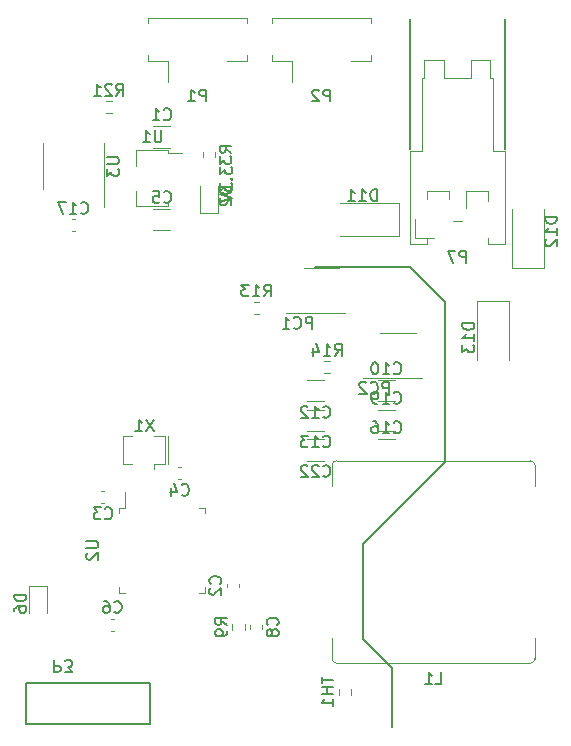
<source format=gbr>
G04 #@! TF.GenerationSoftware,KiCad,Pcbnew,(6.0.5)*
G04 #@! TF.CreationDate,2022-07-13T00:07:27+09:00*
G04 #@! TF.ProjectId,ORION_boost_v1,4f52494f-4e5f-4626-9f6f-73745f76312e,rev?*
G04 #@! TF.SameCoordinates,Original*
G04 #@! TF.FileFunction,Legend,Bot*
G04 #@! TF.FilePolarity,Positive*
%FSLAX46Y46*%
G04 Gerber Fmt 4.6, Leading zero omitted, Abs format (unit mm)*
G04 Created by KiCad (PCBNEW (6.0.5)) date 2022-07-13 00:07:27*
%MOMM*%
%LPD*%
G01*
G04 APERTURE LIST*
%ADD10C,0.150000*%
%ADD11C,0.120000*%
%ADD12C,0.200000*%
G04 APERTURE END LIST*
D10*
X76000000Y-59000000D02*
X76000000Y-72500000D01*
X72980000Y-46000000D02*
X72980000Y-35000000D01*
X76000000Y-72500000D02*
X69000000Y-79500000D01*
X65000000Y-56000000D02*
X73000000Y-56000000D01*
X73000000Y-56000000D02*
X76000000Y-59000000D01*
X81060000Y-46000000D02*
X81060000Y-35000000D01*
X71500000Y-90000000D02*
X71500000Y-95000000D01*
X69000000Y-87500000D02*
X71500000Y-90000000D01*
X69000000Y-79500000D02*
X69000000Y-87500000D01*
X56952380Y-47523809D02*
X56952380Y-48142857D01*
X57333333Y-47809523D01*
X57333333Y-47952380D01*
X57380952Y-48047619D01*
X57428571Y-48095238D01*
X57523809Y-48142857D01*
X57761904Y-48142857D01*
X57857142Y-48095238D01*
X57904761Y-48047619D01*
X57952380Y-47952380D01*
X57952380Y-47666666D01*
X57904761Y-47571428D01*
X57857142Y-47523809D01*
X57857142Y-48571428D02*
X57904761Y-48619047D01*
X57952380Y-48571428D01*
X57904761Y-48523809D01*
X57857142Y-48571428D01*
X57952380Y-48571428D01*
X56952380Y-48952380D02*
X56952380Y-49571428D01*
X57333333Y-49238095D01*
X57333333Y-49380952D01*
X57380952Y-49476190D01*
X57428571Y-49523809D01*
X57523809Y-49571428D01*
X57761904Y-49571428D01*
X57857142Y-49523809D01*
X57904761Y-49476190D01*
X57952380Y-49380952D01*
X57952380Y-49095238D01*
X57904761Y-49000000D01*
X57857142Y-48952380D01*
X56952380Y-49857142D02*
X57952380Y-50190476D01*
X56952380Y-50523809D01*
X70214285Y-50452380D02*
X70214285Y-49452380D01*
X69976190Y-49452380D01*
X69833333Y-49500000D01*
X69738095Y-49595238D01*
X69690476Y-49690476D01*
X69642857Y-49880952D01*
X69642857Y-50023809D01*
X69690476Y-50214285D01*
X69738095Y-50309523D01*
X69833333Y-50404761D01*
X69976190Y-50452380D01*
X70214285Y-50452380D01*
X68690476Y-50452380D02*
X69261904Y-50452380D01*
X68976190Y-50452380D02*
X68976190Y-49452380D01*
X69071428Y-49595238D01*
X69166666Y-49690476D01*
X69261904Y-49738095D01*
X67738095Y-50452380D02*
X68309523Y-50452380D01*
X68023809Y-50452380D02*
X68023809Y-49452380D01*
X68119047Y-49595238D01*
X68214285Y-49690476D01*
X68309523Y-49738095D01*
X61787142Y-86333333D02*
X61834761Y-86285714D01*
X61882380Y-86142857D01*
X61882380Y-86047619D01*
X61834761Y-85904761D01*
X61739523Y-85809523D01*
X61644285Y-85761904D01*
X61453809Y-85714285D01*
X61310952Y-85714285D01*
X61120476Y-85761904D01*
X61025238Y-85809523D01*
X60930000Y-85904761D01*
X60882380Y-86047619D01*
X60882380Y-86142857D01*
X60930000Y-86285714D01*
X60977619Y-86333333D01*
X61310952Y-86904761D02*
X61263333Y-86809523D01*
X61215714Y-86761904D01*
X61120476Y-86714285D01*
X61072857Y-86714285D01*
X60977619Y-86761904D01*
X60930000Y-86809523D01*
X60882380Y-86904761D01*
X60882380Y-87095238D01*
X60930000Y-87190476D01*
X60977619Y-87238095D01*
X61072857Y-87285714D01*
X61120476Y-87285714D01*
X61215714Y-87238095D01*
X61263333Y-87190476D01*
X61310952Y-87095238D01*
X61310952Y-86904761D01*
X61358571Y-86809523D01*
X61406190Y-86761904D01*
X61501428Y-86714285D01*
X61691904Y-86714285D01*
X61787142Y-86761904D01*
X61834761Y-86809523D01*
X61882380Y-86904761D01*
X61882380Y-87095238D01*
X61834761Y-87190476D01*
X61787142Y-87238095D01*
X61691904Y-87285714D01*
X61501428Y-87285714D01*
X61406190Y-87238095D01*
X61358571Y-87190476D01*
X61310952Y-87095238D01*
X65642857Y-68707142D02*
X65690476Y-68754761D01*
X65833333Y-68802380D01*
X65928571Y-68802380D01*
X66071428Y-68754761D01*
X66166666Y-68659523D01*
X66214285Y-68564285D01*
X66261904Y-68373809D01*
X66261904Y-68230952D01*
X66214285Y-68040476D01*
X66166666Y-67945238D01*
X66071428Y-67850000D01*
X65928571Y-67802380D01*
X65833333Y-67802380D01*
X65690476Y-67850000D01*
X65642857Y-67897619D01*
X64690476Y-68802380D02*
X65261904Y-68802380D01*
X64976190Y-68802380D02*
X64976190Y-67802380D01*
X65071428Y-67945238D01*
X65166666Y-68040476D01*
X65261904Y-68088095D01*
X64309523Y-67897619D02*
X64261904Y-67850000D01*
X64166666Y-67802380D01*
X63928571Y-67802380D01*
X63833333Y-67850000D01*
X63785714Y-67897619D01*
X63738095Y-67992857D01*
X63738095Y-68088095D01*
X63785714Y-68230952D01*
X64357142Y-68802380D01*
X63738095Y-68802380D01*
X66238095Y-42002380D02*
X66238095Y-41002380D01*
X65857142Y-41002380D01*
X65761904Y-41050000D01*
X65714285Y-41097619D01*
X65666666Y-41192857D01*
X65666666Y-41335714D01*
X65714285Y-41430952D01*
X65761904Y-41478571D01*
X65857142Y-41526190D01*
X66238095Y-41526190D01*
X65285714Y-41097619D02*
X65238095Y-41050000D01*
X65142857Y-41002380D01*
X64904761Y-41002380D01*
X64809523Y-41050000D01*
X64761904Y-41097619D01*
X64714285Y-41192857D01*
X64714285Y-41288095D01*
X64761904Y-41430952D01*
X65333333Y-42002380D01*
X64714285Y-42002380D01*
X71642857Y-70007142D02*
X71690476Y-70054761D01*
X71833333Y-70102380D01*
X71928571Y-70102380D01*
X72071428Y-70054761D01*
X72166666Y-69959523D01*
X72214285Y-69864285D01*
X72261904Y-69673809D01*
X72261904Y-69530952D01*
X72214285Y-69340476D01*
X72166666Y-69245238D01*
X72071428Y-69150000D01*
X71928571Y-69102380D01*
X71833333Y-69102380D01*
X71690476Y-69150000D01*
X71642857Y-69197619D01*
X70690476Y-70102380D02*
X71261904Y-70102380D01*
X70976190Y-70102380D02*
X70976190Y-69102380D01*
X71071428Y-69245238D01*
X71166666Y-69340476D01*
X71261904Y-69388095D01*
X69833333Y-69102380D02*
X70023809Y-69102380D01*
X70119047Y-69150000D01*
X70166666Y-69197619D01*
X70261904Y-69340476D01*
X70309523Y-69530952D01*
X70309523Y-69911904D01*
X70261904Y-70007142D01*
X70214285Y-70054761D01*
X70119047Y-70102380D01*
X69928571Y-70102380D01*
X69833333Y-70054761D01*
X69785714Y-70007142D01*
X69738095Y-69911904D01*
X69738095Y-69673809D01*
X69785714Y-69578571D01*
X69833333Y-69530952D01*
X69928571Y-69483333D01*
X70119047Y-69483333D01*
X70214285Y-69530952D01*
X70261904Y-69578571D01*
X70309523Y-69673809D01*
X40522380Y-83761904D02*
X39522380Y-83761904D01*
X39522380Y-84000000D01*
X39570000Y-84142857D01*
X39665238Y-84238095D01*
X39760476Y-84285714D01*
X39950952Y-84333333D01*
X40093809Y-84333333D01*
X40284285Y-84285714D01*
X40379523Y-84238095D01*
X40474761Y-84142857D01*
X40522380Y-84000000D01*
X40522380Y-83761904D01*
X39522380Y-85190476D02*
X39522380Y-85000000D01*
X39570000Y-84904761D01*
X39617619Y-84857142D01*
X39760476Y-84761904D01*
X39950952Y-84714285D01*
X40331904Y-84714285D01*
X40427142Y-84761904D01*
X40474761Y-84809523D01*
X40522380Y-84904761D01*
X40522380Y-85095238D01*
X40474761Y-85190476D01*
X40427142Y-85238095D01*
X40331904Y-85285714D01*
X40093809Y-85285714D01*
X39998571Y-85238095D01*
X39950952Y-85190476D01*
X39903333Y-85095238D01*
X39903333Y-84904761D01*
X39950952Y-84809523D01*
X39998571Y-84761904D01*
X40093809Y-84714285D01*
X65522380Y-90714285D02*
X65522380Y-91285714D01*
X66522380Y-91000000D02*
X65522380Y-91000000D01*
X66522380Y-91619047D02*
X65522380Y-91619047D01*
X65998571Y-91619047D02*
X65998571Y-92190476D01*
X66522380Y-92190476D02*
X65522380Y-92190476D01*
X66522380Y-93190476D02*
X66522380Y-92619047D01*
X66522380Y-92904761D02*
X65522380Y-92904761D01*
X65665238Y-92809523D01*
X65760476Y-92714285D01*
X65808095Y-92619047D01*
X53666666Y-75287142D02*
X53714285Y-75334761D01*
X53857142Y-75382380D01*
X53952380Y-75382380D01*
X54095238Y-75334761D01*
X54190476Y-75239523D01*
X54238095Y-75144285D01*
X54285714Y-74953809D01*
X54285714Y-74810952D01*
X54238095Y-74620476D01*
X54190476Y-74525238D01*
X54095238Y-74430000D01*
X53952380Y-74382380D01*
X53857142Y-74382380D01*
X53714285Y-74430000D01*
X53666666Y-74477619D01*
X52809523Y-74715714D02*
X52809523Y-75382380D01*
X53047619Y-74334761D02*
X53285714Y-75049047D01*
X52666666Y-75049047D01*
X47166666Y-77287142D02*
X47214285Y-77334761D01*
X47357142Y-77382380D01*
X47452380Y-77382380D01*
X47595238Y-77334761D01*
X47690476Y-77239523D01*
X47738095Y-77144285D01*
X47785714Y-76953809D01*
X47785714Y-76810952D01*
X47738095Y-76620476D01*
X47690476Y-76525238D01*
X47595238Y-76430000D01*
X47452380Y-76382380D01*
X47357142Y-76382380D01*
X47214285Y-76430000D01*
X47166666Y-76477619D01*
X46833333Y-76382380D02*
X46214285Y-76382380D01*
X46547619Y-76763333D01*
X46404761Y-76763333D01*
X46309523Y-76810952D01*
X46261904Y-76858571D01*
X46214285Y-76953809D01*
X46214285Y-77191904D01*
X46261904Y-77287142D01*
X46309523Y-77334761D01*
X46404761Y-77382380D01*
X46690476Y-77382380D01*
X46785714Y-77334761D01*
X46833333Y-77287142D01*
X77758095Y-55652380D02*
X77758095Y-54652380D01*
X77377142Y-54652380D01*
X77281904Y-54700000D01*
X77234285Y-54747619D01*
X77186666Y-54842857D01*
X77186666Y-54985714D01*
X77234285Y-55080952D01*
X77281904Y-55128571D01*
X77377142Y-55176190D01*
X77758095Y-55176190D01*
X76853333Y-54652380D02*
X76186666Y-54652380D01*
X76615238Y-55652380D01*
X51309523Y-68952380D02*
X50642857Y-69952380D01*
X50642857Y-68952380D02*
X51309523Y-69952380D01*
X49738095Y-69952380D02*
X50309523Y-69952380D01*
X50023809Y-69952380D02*
X50023809Y-68952380D01*
X50119047Y-69095238D01*
X50214285Y-69190476D01*
X50309523Y-69238095D01*
X78452380Y-60785714D02*
X77452380Y-60785714D01*
X77452380Y-61023809D01*
X77500000Y-61166666D01*
X77595238Y-61261904D01*
X77690476Y-61309523D01*
X77880952Y-61357142D01*
X78023809Y-61357142D01*
X78214285Y-61309523D01*
X78309523Y-61261904D01*
X78404761Y-61166666D01*
X78452380Y-61023809D01*
X78452380Y-60785714D01*
X78452380Y-62309523D02*
X78452380Y-61738095D01*
X78452380Y-62023809D02*
X77452380Y-62023809D01*
X77595238Y-61928571D01*
X77690476Y-61833333D01*
X77738095Y-61738095D01*
X77452380Y-62642857D02*
X77452380Y-63261904D01*
X77833333Y-62928571D01*
X77833333Y-63071428D01*
X77880952Y-63166666D01*
X77928571Y-63214285D01*
X78023809Y-63261904D01*
X78261904Y-63261904D01*
X78357142Y-63214285D01*
X78404761Y-63166666D01*
X78452380Y-63071428D01*
X78452380Y-62785714D01*
X78404761Y-62690476D01*
X78357142Y-62642857D01*
X55738095Y-42002380D02*
X55738095Y-41002380D01*
X55357142Y-41002380D01*
X55261904Y-41050000D01*
X55214285Y-41097619D01*
X55166666Y-41192857D01*
X55166666Y-41335714D01*
X55214285Y-41430952D01*
X55261904Y-41478571D01*
X55357142Y-41526190D01*
X55738095Y-41526190D01*
X54214285Y-42002380D02*
X54785714Y-42002380D01*
X54500000Y-42002380D02*
X54500000Y-41002380D01*
X54595238Y-41145238D01*
X54690476Y-41240476D01*
X54785714Y-41288095D01*
X57522380Y-86333333D02*
X57046190Y-86000000D01*
X57522380Y-85761904D02*
X56522380Y-85761904D01*
X56522380Y-86142857D01*
X56570000Y-86238095D01*
X56617619Y-86285714D01*
X56712857Y-86333333D01*
X56855714Y-86333333D01*
X56950952Y-86285714D01*
X56998571Y-86238095D01*
X57046190Y-86142857D01*
X57046190Y-85761904D01*
X57522380Y-86809523D02*
X57522380Y-87000000D01*
X57474761Y-87095238D01*
X57427142Y-87142857D01*
X57284285Y-87238095D01*
X57093809Y-87285714D01*
X56712857Y-87285714D01*
X56617619Y-87238095D01*
X56570000Y-87190476D01*
X56522380Y-87095238D01*
X56522380Y-86904761D01*
X56570000Y-86809523D01*
X56617619Y-86761904D01*
X56712857Y-86714285D01*
X56950952Y-86714285D01*
X57046190Y-86761904D01*
X57093809Y-86809523D01*
X57141428Y-86904761D01*
X57141428Y-87095238D01*
X57093809Y-87190476D01*
X57046190Y-87238095D01*
X56950952Y-87285714D01*
X71642857Y-65007142D02*
X71690476Y-65054761D01*
X71833333Y-65102380D01*
X71928571Y-65102380D01*
X72071428Y-65054761D01*
X72166666Y-64959523D01*
X72214285Y-64864285D01*
X72261904Y-64673809D01*
X72261904Y-64530952D01*
X72214285Y-64340476D01*
X72166666Y-64245238D01*
X72071428Y-64150000D01*
X71928571Y-64102380D01*
X71833333Y-64102380D01*
X71690476Y-64150000D01*
X71642857Y-64197619D01*
X70690476Y-65102380D02*
X71261904Y-65102380D01*
X70976190Y-65102380D02*
X70976190Y-64102380D01*
X71071428Y-64245238D01*
X71166666Y-64340476D01*
X71261904Y-64388095D01*
X70071428Y-64102380D02*
X69976190Y-64102380D01*
X69880952Y-64150000D01*
X69833333Y-64197619D01*
X69785714Y-64292857D01*
X69738095Y-64483333D01*
X69738095Y-64721428D01*
X69785714Y-64911904D01*
X69833333Y-65007142D01*
X69880952Y-65054761D01*
X69976190Y-65102380D01*
X70071428Y-65102380D01*
X70166666Y-65054761D01*
X70214285Y-65007142D01*
X70261904Y-64911904D01*
X70309523Y-64721428D01*
X70309523Y-64483333D01*
X70261904Y-64292857D01*
X70214285Y-64197619D01*
X70166666Y-64150000D01*
X70071428Y-64102380D01*
X85452380Y-51785714D02*
X84452380Y-51785714D01*
X84452380Y-52023809D01*
X84500000Y-52166666D01*
X84595238Y-52261904D01*
X84690476Y-52309523D01*
X84880952Y-52357142D01*
X85023809Y-52357142D01*
X85214285Y-52309523D01*
X85309523Y-52261904D01*
X85404761Y-52166666D01*
X85452380Y-52023809D01*
X85452380Y-51785714D01*
X85452380Y-53309523D02*
X85452380Y-52738095D01*
X85452380Y-53023809D02*
X84452380Y-53023809D01*
X84595238Y-52928571D01*
X84690476Y-52833333D01*
X84738095Y-52738095D01*
X84547619Y-53690476D02*
X84500000Y-53738095D01*
X84452380Y-53833333D01*
X84452380Y-54071428D01*
X84500000Y-54166666D01*
X84547619Y-54214285D01*
X84642857Y-54261904D01*
X84738095Y-54261904D01*
X84880952Y-54214285D01*
X85452380Y-53642857D01*
X85452380Y-54261904D01*
X48142857Y-41522380D02*
X48476190Y-41046190D01*
X48714285Y-41522380D02*
X48714285Y-40522380D01*
X48333333Y-40522380D01*
X48238095Y-40570000D01*
X48190476Y-40617619D01*
X48142857Y-40712857D01*
X48142857Y-40855714D01*
X48190476Y-40950952D01*
X48238095Y-40998571D01*
X48333333Y-41046190D01*
X48714285Y-41046190D01*
X47761904Y-40617619D02*
X47714285Y-40570000D01*
X47619047Y-40522380D01*
X47380952Y-40522380D01*
X47285714Y-40570000D01*
X47238095Y-40617619D01*
X47190476Y-40712857D01*
X47190476Y-40808095D01*
X47238095Y-40950952D01*
X47809523Y-41522380D01*
X47190476Y-41522380D01*
X46238095Y-41522380D02*
X46809523Y-41522380D01*
X46523809Y-41522380D02*
X46523809Y-40522380D01*
X46619047Y-40665238D01*
X46714285Y-40760476D01*
X46809523Y-40808095D01*
X51961904Y-44452380D02*
X51961904Y-45261904D01*
X51914285Y-45357142D01*
X51866666Y-45404761D01*
X51771428Y-45452380D01*
X51580952Y-45452380D01*
X51485714Y-45404761D01*
X51438095Y-45357142D01*
X51390476Y-45261904D01*
X51390476Y-44452380D01*
X50390476Y-45452380D02*
X50961904Y-45452380D01*
X50676190Y-45452380D02*
X50676190Y-44452380D01*
X50771428Y-44595238D01*
X50866666Y-44690476D01*
X50961904Y-44738095D01*
X71238095Y-66752380D02*
X71238095Y-65752380D01*
X70857142Y-65752380D01*
X70761904Y-65800000D01*
X70714285Y-65847619D01*
X70666666Y-65942857D01*
X70666666Y-66085714D01*
X70714285Y-66180952D01*
X70761904Y-66228571D01*
X70857142Y-66276190D01*
X71238095Y-66276190D01*
X69666666Y-66657142D02*
X69714285Y-66704761D01*
X69857142Y-66752380D01*
X69952380Y-66752380D01*
X70095238Y-66704761D01*
X70190476Y-66609523D01*
X70238095Y-66514285D01*
X70285714Y-66323809D01*
X70285714Y-66180952D01*
X70238095Y-65990476D01*
X70190476Y-65895238D01*
X70095238Y-65800000D01*
X69952380Y-65752380D01*
X69857142Y-65752380D01*
X69714285Y-65800000D01*
X69666666Y-65847619D01*
X69285714Y-65847619D02*
X69238095Y-65800000D01*
X69142857Y-65752380D01*
X68904761Y-65752380D01*
X68809523Y-65800000D01*
X68761904Y-65847619D01*
X68714285Y-65942857D01*
X68714285Y-66038095D01*
X68761904Y-66180952D01*
X69333333Y-66752380D01*
X68714285Y-66752380D01*
X57882380Y-49261904D02*
X56882380Y-49261904D01*
X56882380Y-49500000D01*
X56930000Y-49642857D01*
X57025238Y-49738095D01*
X57120476Y-49785714D01*
X57310952Y-49833333D01*
X57453809Y-49833333D01*
X57644285Y-49785714D01*
X57739523Y-49738095D01*
X57834761Y-49642857D01*
X57882380Y-49500000D01*
X57882380Y-49261904D01*
X56977619Y-50214285D02*
X56930000Y-50261904D01*
X56882380Y-50357142D01*
X56882380Y-50595238D01*
X56930000Y-50690476D01*
X56977619Y-50738095D01*
X57072857Y-50785714D01*
X57168095Y-50785714D01*
X57310952Y-50738095D01*
X57882380Y-50166666D01*
X57882380Y-50785714D01*
X45602380Y-79238095D02*
X46411904Y-79238095D01*
X46507142Y-79285714D01*
X46554761Y-79333333D01*
X46602380Y-79428571D01*
X46602380Y-79619047D01*
X46554761Y-79714285D01*
X46507142Y-79761904D01*
X46411904Y-79809523D01*
X45602380Y-79809523D01*
X45697619Y-80238095D02*
X45650000Y-80285714D01*
X45602380Y-80380952D01*
X45602380Y-80619047D01*
X45650000Y-80714285D01*
X45697619Y-80761904D01*
X45792857Y-80809523D01*
X45888095Y-80809523D01*
X46030952Y-80761904D01*
X46602380Y-80190476D01*
X46602380Y-80809523D01*
X45142857Y-51427142D02*
X45190476Y-51474761D01*
X45333333Y-51522380D01*
X45428571Y-51522380D01*
X45571428Y-51474761D01*
X45666666Y-51379523D01*
X45714285Y-51284285D01*
X45761904Y-51093809D01*
X45761904Y-50950952D01*
X45714285Y-50760476D01*
X45666666Y-50665238D01*
X45571428Y-50570000D01*
X45428571Y-50522380D01*
X45333333Y-50522380D01*
X45190476Y-50570000D01*
X45142857Y-50617619D01*
X44190476Y-51522380D02*
X44761904Y-51522380D01*
X44476190Y-51522380D02*
X44476190Y-50522380D01*
X44571428Y-50665238D01*
X44666666Y-50760476D01*
X44761904Y-50808095D01*
X43857142Y-50522380D02*
X43190476Y-50522380D01*
X43619047Y-51522380D01*
X47352380Y-46738095D02*
X48161904Y-46738095D01*
X48257142Y-46785714D01*
X48304761Y-46833333D01*
X48352380Y-46928571D01*
X48352380Y-47119047D01*
X48304761Y-47214285D01*
X48257142Y-47261904D01*
X48161904Y-47309523D01*
X47352380Y-47309523D01*
X47352380Y-47690476D02*
X47352380Y-48309523D01*
X47733333Y-47976190D01*
X47733333Y-48119047D01*
X47780952Y-48214285D01*
X47828571Y-48261904D01*
X47923809Y-48309523D01*
X48161904Y-48309523D01*
X48257142Y-48261904D01*
X48304761Y-48214285D01*
X48352380Y-48119047D01*
X48352380Y-47833333D01*
X48304761Y-47738095D01*
X48257142Y-47690476D01*
X57882380Y-46333333D02*
X57406190Y-46000000D01*
X57882380Y-45761904D02*
X56882380Y-45761904D01*
X56882380Y-46142857D01*
X56930000Y-46238095D01*
X56977619Y-46285714D01*
X57072857Y-46333333D01*
X57215714Y-46333333D01*
X57310952Y-46285714D01*
X57358571Y-46238095D01*
X57406190Y-46142857D01*
X57406190Y-45761904D01*
X56882380Y-46666666D02*
X56882380Y-47285714D01*
X57263333Y-46952380D01*
X57263333Y-47095238D01*
X57310952Y-47190476D01*
X57358571Y-47238095D01*
X57453809Y-47285714D01*
X57691904Y-47285714D01*
X57787142Y-47238095D01*
X57834761Y-47190476D01*
X57882380Y-47095238D01*
X57882380Y-46809523D01*
X57834761Y-46714285D01*
X57787142Y-46666666D01*
X71642857Y-67507142D02*
X71690476Y-67554761D01*
X71833333Y-67602380D01*
X71928571Y-67602380D01*
X72071428Y-67554761D01*
X72166666Y-67459523D01*
X72214285Y-67364285D01*
X72261904Y-67173809D01*
X72261904Y-67030952D01*
X72214285Y-66840476D01*
X72166666Y-66745238D01*
X72071428Y-66650000D01*
X71928571Y-66602380D01*
X71833333Y-66602380D01*
X71690476Y-66650000D01*
X71642857Y-66697619D01*
X70690476Y-67602380D02*
X71261904Y-67602380D01*
X70976190Y-67602380D02*
X70976190Y-66602380D01*
X71071428Y-66745238D01*
X71166666Y-66840476D01*
X71261904Y-66888095D01*
X70214285Y-67602380D02*
X70023809Y-67602380D01*
X69928571Y-67554761D01*
X69880952Y-67507142D01*
X69785714Y-67364285D01*
X69738095Y-67173809D01*
X69738095Y-66792857D01*
X69785714Y-66697619D01*
X69833333Y-66650000D01*
X69928571Y-66602380D01*
X70119047Y-66602380D01*
X70214285Y-66650000D01*
X70261904Y-66697619D01*
X70309523Y-66792857D01*
X70309523Y-67030952D01*
X70261904Y-67126190D01*
X70214285Y-67173809D01*
X70119047Y-67221428D01*
X69928571Y-67221428D01*
X69833333Y-67173809D01*
X69785714Y-67126190D01*
X69738095Y-67030952D01*
X75166666Y-91352380D02*
X75642857Y-91352380D01*
X75642857Y-90352380D01*
X74309523Y-91352380D02*
X74880952Y-91352380D01*
X74595238Y-91352380D02*
X74595238Y-90352380D01*
X74690476Y-90495238D01*
X74785714Y-90590476D01*
X74880952Y-90638095D01*
X65642857Y-73707142D02*
X65690476Y-73754761D01*
X65833333Y-73802380D01*
X65928571Y-73802380D01*
X66071428Y-73754761D01*
X66166666Y-73659523D01*
X66214285Y-73564285D01*
X66261904Y-73373809D01*
X66261904Y-73230952D01*
X66214285Y-73040476D01*
X66166666Y-72945238D01*
X66071428Y-72850000D01*
X65928571Y-72802380D01*
X65833333Y-72802380D01*
X65690476Y-72850000D01*
X65642857Y-72897619D01*
X65261904Y-72897619D02*
X65214285Y-72850000D01*
X65119047Y-72802380D01*
X64880952Y-72802380D01*
X64785714Y-72850000D01*
X64738095Y-72897619D01*
X64690476Y-72992857D01*
X64690476Y-73088095D01*
X64738095Y-73230952D01*
X65309523Y-73802380D01*
X64690476Y-73802380D01*
X64309523Y-72897619D02*
X64261904Y-72850000D01*
X64166666Y-72802380D01*
X63928571Y-72802380D01*
X63833333Y-72850000D01*
X63785714Y-72897619D01*
X63738095Y-72992857D01*
X63738095Y-73088095D01*
X63785714Y-73230952D01*
X64357142Y-73802380D01*
X63738095Y-73802380D01*
X47966666Y-85227142D02*
X48014285Y-85274761D01*
X48157142Y-85322380D01*
X48252380Y-85322380D01*
X48395238Y-85274761D01*
X48490476Y-85179523D01*
X48538095Y-85084285D01*
X48585714Y-84893809D01*
X48585714Y-84750952D01*
X48538095Y-84560476D01*
X48490476Y-84465238D01*
X48395238Y-84370000D01*
X48252380Y-84322380D01*
X48157142Y-84322380D01*
X48014285Y-84370000D01*
X47966666Y-84417619D01*
X47109523Y-84322380D02*
X47300000Y-84322380D01*
X47395238Y-84370000D01*
X47442857Y-84417619D01*
X47538095Y-84560476D01*
X47585714Y-84750952D01*
X47585714Y-85131904D01*
X47538095Y-85227142D01*
X47490476Y-85274761D01*
X47395238Y-85322380D01*
X47204761Y-85322380D01*
X47109523Y-85274761D01*
X47061904Y-85227142D01*
X47014285Y-85131904D01*
X47014285Y-84893809D01*
X47061904Y-84798571D01*
X47109523Y-84750952D01*
X47204761Y-84703333D01*
X47395238Y-84703333D01*
X47490476Y-84750952D01*
X47538095Y-84798571D01*
X47585714Y-84893809D01*
X66642857Y-63522380D02*
X66976190Y-63046190D01*
X67214285Y-63522380D02*
X67214285Y-62522380D01*
X66833333Y-62522380D01*
X66738095Y-62570000D01*
X66690476Y-62617619D01*
X66642857Y-62712857D01*
X66642857Y-62855714D01*
X66690476Y-62950952D01*
X66738095Y-62998571D01*
X66833333Y-63046190D01*
X67214285Y-63046190D01*
X65690476Y-63522380D02*
X66261904Y-63522380D01*
X65976190Y-63522380D02*
X65976190Y-62522380D01*
X66071428Y-62665238D01*
X66166666Y-62760476D01*
X66261904Y-62808095D01*
X64833333Y-62855714D02*
X64833333Y-63522380D01*
X65071428Y-62474761D02*
X65309523Y-63189047D01*
X64690476Y-63189047D01*
X64738095Y-61252380D02*
X64738095Y-60252380D01*
X64357142Y-60252380D01*
X64261904Y-60300000D01*
X64214285Y-60347619D01*
X64166666Y-60442857D01*
X64166666Y-60585714D01*
X64214285Y-60680952D01*
X64261904Y-60728571D01*
X64357142Y-60776190D01*
X64738095Y-60776190D01*
X63166666Y-61157142D02*
X63214285Y-61204761D01*
X63357142Y-61252380D01*
X63452380Y-61252380D01*
X63595238Y-61204761D01*
X63690476Y-61109523D01*
X63738095Y-61014285D01*
X63785714Y-60823809D01*
X63785714Y-60680952D01*
X63738095Y-60490476D01*
X63690476Y-60395238D01*
X63595238Y-60300000D01*
X63452380Y-60252380D01*
X63357142Y-60252380D01*
X63214285Y-60300000D01*
X63166666Y-60347619D01*
X62214285Y-61252380D02*
X62785714Y-61252380D01*
X62500000Y-61252380D02*
X62500000Y-60252380D01*
X62595238Y-60395238D01*
X62690476Y-60490476D01*
X62785714Y-60538095D01*
X65642857Y-71207142D02*
X65690476Y-71254761D01*
X65833333Y-71302380D01*
X65928571Y-71302380D01*
X66071428Y-71254761D01*
X66166666Y-71159523D01*
X66214285Y-71064285D01*
X66261904Y-70873809D01*
X66261904Y-70730952D01*
X66214285Y-70540476D01*
X66166666Y-70445238D01*
X66071428Y-70350000D01*
X65928571Y-70302380D01*
X65833333Y-70302380D01*
X65690476Y-70350000D01*
X65642857Y-70397619D01*
X64690476Y-71302380D02*
X65261904Y-71302380D01*
X64976190Y-71302380D02*
X64976190Y-70302380D01*
X65071428Y-70445238D01*
X65166666Y-70540476D01*
X65261904Y-70588095D01*
X64357142Y-70302380D02*
X63738095Y-70302380D01*
X64071428Y-70683333D01*
X63928571Y-70683333D01*
X63833333Y-70730952D01*
X63785714Y-70778571D01*
X63738095Y-70873809D01*
X63738095Y-71111904D01*
X63785714Y-71207142D01*
X63833333Y-71254761D01*
X63928571Y-71302380D01*
X64214285Y-71302380D01*
X64309523Y-71254761D01*
X64357142Y-71207142D01*
X52166666Y-43507142D02*
X52214285Y-43554761D01*
X52357142Y-43602380D01*
X52452380Y-43602380D01*
X52595238Y-43554761D01*
X52690476Y-43459523D01*
X52738095Y-43364285D01*
X52785714Y-43173809D01*
X52785714Y-43030952D01*
X52738095Y-42840476D01*
X52690476Y-42745238D01*
X52595238Y-42650000D01*
X52452380Y-42602380D01*
X52357142Y-42602380D01*
X52214285Y-42650000D01*
X52166666Y-42697619D01*
X51214285Y-43602380D02*
X51785714Y-43602380D01*
X51500000Y-43602380D02*
X51500000Y-42602380D01*
X51595238Y-42745238D01*
X51690476Y-42840476D01*
X51785714Y-42888095D01*
X60642857Y-58522380D02*
X60976190Y-58046190D01*
X61214285Y-58522380D02*
X61214285Y-57522380D01*
X60833333Y-57522380D01*
X60738095Y-57570000D01*
X60690476Y-57617619D01*
X60642857Y-57712857D01*
X60642857Y-57855714D01*
X60690476Y-57950952D01*
X60738095Y-57998571D01*
X60833333Y-58046190D01*
X61214285Y-58046190D01*
X59690476Y-58522380D02*
X60261904Y-58522380D01*
X59976190Y-58522380D02*
X59976190Y-57522380D01*
X60071428Y-57665238D01*
X60166666Y-57760476D01*
X60261904Y-57808095D01*
X59357142Y-57522380D02*
X58738095Y-57522380D01*
X59071428Y-57903333D01*
X58928571Y-57903333D01*
X58833333Y-57950952D01*
X58785714Y-57998571D01*
X58738095Y-58093809D01*
X58738095Y-58331904D01*
X58785714Y-58427142D01*
X58833333Y-58474761D01*
X58928571Y-58522380D01*
X59214285Y-58522380D01*
X59309523Y-58474761D01*
X59357142Y-58427142D01*
X52166666Y-50507142D02*
X52214285Y-50554761D01*
X52357142Y-50602380D01*
X52452380Y-50602380D01*
X52595238Y-50554761D01*
X52690476Y-50459523D01*
X52738095Y-50364285D01*
X52785714Y-50173809D01*
X52785714Y-50030952D01*
X52738095Y-49840476D01*
X52690476Y-49745238D01*
X52595238Y-49650000D01*
X52452380Y-49602380D01*
X52357142Y-49602380D01*
X52214285Y-49650000D01*
X52166666Y-49697619D01*
X51261904Y-49602380D02*
X51738095Y-49602380D01*
X51785714Y-50078571D01*
X51738095Y-50030952D01*
X51642857Y-49983333D01*
X51404761Y-49983333D01*
X51309523Y-50030952D01*
X51261904Y-50078571D01*
X51214285Y-50173809D01*
X51214285Y-50411904D01*
X51261904Y-50507142D01*
X51309523Y-50554761D01*
X51404761Y-50602380D01*
X51642857Y-50602380D01*
X51738095Y-50554761D01*
X51785714Y-50507142D01*
X56927142Y-82833333D02*
X56974761Y-82785714D01*
X57022380Y-82642857D01*
X57022380Y-82547619D01*
X56974761Y-82404761D01*
X56879523Y-82309523D01*
X56784285Y-82261904D01*
X56593809Y-82214285D01*
X56450952Y-82214285D01*
X56260476Y-82261904D01*
X56165238Y-82309523D01*
X56070000Y-82404761D01*
X56022380Y-82547619D01*
X56022380Y-82642857D01*
X56070000Y-82785714D01*
X56117619Y-82833333D01*
X56117619Y-83214285D02*
X56070000Y-83261904D01*
X56022380Y-83357142D01*
X56022380Y-83595238D01*
X56070000Y-83690476D01*
X56117619Y-83738095D01*
X56212857Y-83785714D01*
X56308095Y-83785714D01*
X56450952Y-83738095D01*
X57022380Y-83166666D01*
X57022380Y-83785714D01*
X42861904Y-89297619D02*
X42861904Y-90297619D01*
X43242857Y-90297619D01*
X43338095Y-90250000D01*
X43385714Y-90202380D01*
X43433333Y-90107142D01*
X43433333Y-89964285D01*
X43385714Y-89869047D01*
X43338095Y-89821428D01*
X43242857Y-89773809D01*
X42861904Y-89773809D01*
X43766666Y-90297619D02*
X44385714Y-90297619D01*
X44052380Y-89916666D01*
X44195238Y-89916666D01*
X44290476Y-89869047D01*
X44338095Y-89821428D01*
X44385714Y-89726190D01*
X44385714Y-89488095D01*
X44338095Y-89392857D01*
X44290476Y-89345238D01*
X44195238Y-89297619D01*
X43909523Y-89297619D01*
X43814285Y-89345238D01*
X43766666Y-89392857D01*
D11*
X72080000Y-50640000D02*
X67100000Y-50640000D01*
X72080000Y-53360000D02*
X67100000Y-53360000D01*
X72080000Y-50640000D02*
X72080000Y-53360000D01*
X59490000Y-86640580D02*
X59490000Y-86359420D01*
X60510000Y-86640580D02*
X60510000Y-86359420D01*
X64288748Y-67410000D02*
X65711252Y-67410000D01*
X64288748Y-65590000D02*
X65711252Y-65590000D01*
X69675000Y-38550000D02*
X69675000Y-38110000D01*
X63015000Y-38550000D02*
X63015000Y-40350000D01*
X69675000Y-34950000D02*
X69675000Y-35390000D01*
X61325000Y-35390000D02*
X61325000Y-34950000D01*
X61325000Y-34950000D02*
X69675000Y-34950000D01*
X67985000Y-38550000D02*
X69675000Y-38550000D01*
X63015000Y-38550000D02*
X61325000Y-38550000D01*
X61325000Y-38550000D02*
X61325000Y-38110000D01*
X71711252Y-70590000D02*
X70288748Y-70590000D01*
X71711252Y-72410000D02*
X70288748Y-72410000D01*
X40765000Y-83015000D02*
X42235000Y-83015000D01*
X42235000Y-83015000D02*
X42235000Y-85300000D01*
X40765000Y-85300000D02*
X40765000Y-83015000D01*
X66977500Y-91762742D02*
X66977500Y-92237258D01*
X68022500Y-91762742D02*
X68022500Y-92237258D01*
X53359420Y-72990000D02*
X53640580Y-72990000D01*
X53359420Y-74010000D02*
X53640580Y-74010000D01*
X46859420Y-74990000D02*
X47140580Y-74990000D01*
X46859420Y-76010000D02*
X47140580Y-76010000D01*
X79820000Y-38490000D02*
X79820000Y-39990000D01*
X78180000Y-38490000D02*
X79820000Y-38490000D01*
X79820000Y-39990000D02*
X80010000Y-39990000D01*
X79570000Y-53600000D02*
X79570000Y-54110000D01*
X79570000Y-54110000D02*
X81060000Y-54110000D01*
X80010000Y-39990000D02*
X80010000Y-46190000D01*
X74220000Y-38490000D02*
X75860000Y-38490000D01*
X74460000Y-49610000D02*
X76300000Y-49610000D01*
X74470000Y-50300000D02*
X74470000Y-49610000D01*
X73430000Y-53610000D02*
X73430000Y-52000000D01*
X75040000Y-53610000D02*
X73430000Y-53610000D01*
X74220000Y-39990000D02*
X74220000Y-38490000D01*
X76300000Y-49610000D02*
X76300000Y-50300000D01*
X81060000Y-54110000D02*
X81060000Y-46190000D01*
X75860000Y-38490000D02*
X75860000Y-39990000D01*
X74470000Y-54110000D02*
X74470000Y-53610000D01*
X75860000Y-39990000D02*
X78180000Y-39990000D01*
X72980000Y-54110000D02*
X74470000Y-54110000D01*
X77740000Y-49610000D02*
X79580000Y-49610000D01*
X77740000Y-51000000D02*
X77740000Y-49610000D01*
X74030000Y-46190000D02*
X74030000Y-39990000D01*
X74030000Y-39990000D02*
X74220000Y-39990000D01*
X81060000Y-46190000D02*
X80010000Y-46190000D01*
X76650000Y-52110000D02*
X77390000Y-52110000D01*
X79570000Y-49610000D02*
X79570000Y-50400000D01*
X72980000Y-46190000D02*
X72980000Y-54110000D01*
X78180000Y-39990000D02*
X78180000Y-38490000D01*
X74030000Y-46190000D02*
X72980000Y-46190000D01*
X48700000Y-72300000D02*
X48700000Y-72700000D01*
X49500000Y-70300000D02*
X48700000Y-70300000D01*
X52300000Y-70300000D02*
X51300000Y-70300000D01*
X52500000Y-70300000D02*
X52500000Y-72300000D01*
X52300000Y-72300000D02*
X52300000Y-70300000D01*
X51300000Y-72700000D02*
X52300000Y-72700000D01*
X51300000Y-72700000D02*
X51300000Y-73100000D01*
X52500000Y-72300000D02*
X52500000Y-72700000D01*
X48700000Y-72700000D02*
X49500000Y-72700000D01*
X52300000Y-72300000D02*
X52300000Y-72700000D01*
X48700000Y-70300000D02*
X48700000Y-72300000D01*
X78640000Y-58920000D02*
X81360000Y-58920000D01*
X78640000Y-58920000D02*
X78640000Y-63900000D01*
X81360000Y-58920000D02*
X81360000Y-63900000D01*
X59175000Y-34950000D02*
X59175000Y-35390000D01*
X52515000Y-38550000D02*
X50825000Y-38550000D01*
X50825000Y-34950000D02*
X59175000Y-34950000D01*
X59175000Y-38550000D02*
X59175000Y-38110000D01*
X50825000Y-38550000D02*
X50825000Y-38110000D01*
X52515000Y-38550000D02*
X52515000Y-40350000D01*
X50825000Y-35390000D02*
X50825000Y-34950000D01*
X57485000Y-38550000D02*
X59175000Y-38550000D01*
X59022500Y-86262742D02*
X59022500Y-86737258D01*
X57977500Y-86262742D02*
X57977500Y-86737258D01*
X71711252Y-65590000D02*
X70288748Y-65590000D01*
X71711252Y-67410000D02*
X70288748Y-67410000D01*
X84360000Y-56080000D02*
X81640000Y-56080000D01*
X81640000Y-56080000D02*
X81640000Y-51100000D01*
X84360000Y-56080000D02*
X84360000Y-51100000D01*
X47754724Y-41977500D02*
X47245276Y-41977500D01*
X47754724Y-43022500D02*
X47245276Y-43022500D01*
X49840000Y-50860000D02*
X52560000Y-50860000D01*
X52560000Y-46140000D02*
X49840000Y-46140000D01*
X52560000Y-46140000D02*
X52560000Y-46370000D01*
X49840000Y-46140000D02*
X49840000Y-47450000D01*
X52560000Y-50860000D02*
X52560000Y-50630000D01*
X49840000Y-49550000D02*
X49840000Y-50860000D01*
X53700000Y-46370000D02*
X52560000Y-46370000D01*
X73500000Y-61580000D02*
X70500000Y-61580000D01*
X69000000Y-65420000D02*
X74000000Y-65420000D01*
X55265000Y-51485000D02*
X55265000Y-49200000D01*
X56735000Y-49200000D02*
X56735000Y-51485000D01*
X56735000Y-51485000D02*
X55265000Y-51485000D01*
X48390000Y-83160000D02*
X48390000Y-83610000D01*
X48840000Y-76390000D02*
X48840000Y-75100000D01*
X55610000Y-83160000D02*
X55610000Y-83610000D01*
X55610000Y-76840000D02*
X55610000Y-76390000D01*
X55610000Y-76390000D02*
X55160000Y-76390000D01*
X48390000Y-83610000D02*
X48840000Y-83610000D01*
X48390000Y-76840000D02*
X48390000Y-76390000D01*
X55610000Y-83610000D02*
X55160000Y-83610000D01*
X48390000Y-76390000D02*
X48840000Y-76390000D01*
X44640580Y-53010000D02*
X44359420Y-53010000D01*
X44640580Y-51990000D02*
X44359420Y-51990000D01*
X41940000Y-47500000D02*
X41940000Y-49450000D01*
X41940000Y-47500000D02*
X41940000Y-45550000D01*
X47060000Y-47500000D02*
X47060000Y-50950000D01*
X47060000Y-47500000D02*
X47060000Y-45550000D01*
X56522500Y-46737258D02*
X56522500Y-46262742D01*
X55477500Y-46737258D02*
X55477500Y-46262742D01*
X71711252Y-68090000D02*
X70288748Y-68090000D01*
X71711252Y-69910000D02*
X70288748Y-69910000D01*
X83570000Y-89200000D02*
X83570000Y-87450000D01*
X66800000Y-89570000D02*
X83200000Y-89570000D01*
X83200000Y-72430000D02*
X66800000Y-72430000D01*
X83570000Y-74550000D02*
X83570000Y-72800000D01*
X66430000Y-74550000D02*
X66430000Y-72800000D01*
X66430000Y-89200000D02*
X66430000Y-87450000D01*
X66800000Y-72428786D02*
G75*
G03*
X66430000Y-72770000I1J-371215D01*
G01*
X83209248Y-89569884D02*
G75*
G03*
X83570000Y-89200000I-9248J369884D01*
G01*
X83570135Y-72800000D02*
G75*
G03*
X83190000Y-72430000I-370135J0D01*
G01*
X66430000Y-89200000D02*
G75*
G03*
X66800000Y-89570000I369998J-2D01*
G01*
X64288748Y-72410000D02*
X65711252Y-72410000D01*
X64288748Y-70590000D02*
X65711252Y-70590000D01*
X47940580Y-86810000D02*
X47659420Y-86810000D01*
X47940580Y-85790000D02*
X47659420Y-85790000D01*
X66237258Y-63977500D02*
X65762742Y-63977500D01*
X66237258Y-65022500D02*
X65762742Y-65022500D01*
X67000000Y-56080000D02*
X64000000Y-56080000D01*
X62500000Y-59920000D02*
X67500000Y-59920000D01*
X64288748Y-68090000D02*
X65711252Y-68090000D01*
X64288748Y-69910000D02*
X65711252Y-69910000D01*
X52711252Y-44090000D02*
X51288748Y-44090000D01*
X52711252Y-45910000D02*
X51288748Y-45910000D01*
X60237258Y-58977500D02*
X59762742Y-58977500D01*
X60237258Y-60022500D02*
X59762742Y-60022500D01*
X52711252Y-52910000D02*
X51288748Y-52910000D01*
X52711252Y-51090000D02*
X51288748Y-51090000D01*
X58510000Y-82859420D02*
X58510000Y-83140580D01*
X57490000Y-82859420D02*
X57490000Y-83140580D01*
D12*
X40500000Y-94750000D02*
X51000000Y-94750000D01*
X40500000Y-94750000D02*
X40500000Y-91250000D01*
X51000000Y-94750000D02*
X51000000Y-91250000D01*
X51000000Y-91250000D02*
X40500000Y-91250000D01*
M02*

</source>
